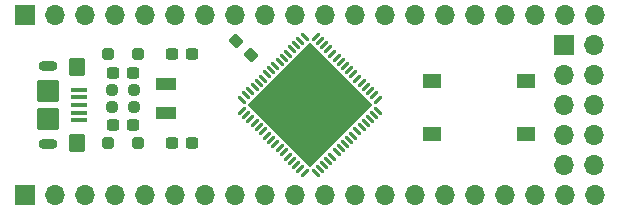
<source format=gbr>
%TF.GenerationSoftware,KiCad,Pcbnew,9.0.0*%
%TF.CreationDate,2025-03-29T18:59:15-04:00*%
%TF.ProjectId,Pro600_CPU_Upgrade,50726f36-3030-45f4-9350-555f55706772,rev?*%
%TF.SameCoordinates,Original*%
%TF.FileFunction,Soldermask,Top*%
%TF.FilePolarity,Negative*%
%FSLAX46Y46*%
G04 Gerber Fmt 4.6, Leading zero omitted, Abs format (unit mm)*
G04 Created by KiCad (PCBNEW 9.0.0) date 2025-03-29 18:59:15*
%MOMM*%
%LPD*%
G01*
G04 APERTURE LIST*
G04 Aperture macros list*
%AMRoundRect*
0 Rectangle with rounded corners*
0 $1 Rounding radius*
0 $2 $3 $4 $5 $6 $7 $8 $9 X,Y pos of 4 corners*
0 Add a 4 corners polygon primitive as box body*
4,1,4,$2,$3,$4,$5,$6,$7,$8,$9,$2,$3,0*
0 Add four circle primitives for the rounded corners*
1,1,$1+$1,$2,$3*
1,1,$1+$1,$4,$5*
1,1,$1+$1,$6,$7*
1,1,$1+$1,$8,$9*
0 Add four rect primitives between the rounded corners*
20,1,$1+$1,$2,$3,$4,$5,0*
20,1,$1+$1,$4,$5,$6,$7,0*
20,1,$1+$1,$6,$7,$8,$9,0*
20,1,$1+$1,$8,$9,$2,$3,0*%
%AMRotRect*
0 Rectangle, with rotation*
0 The origin of the aperture is its center*
0 $1 length*
0 $2 width*
0 $3 Rotation angle, in degrees counterclockwise*
0 Add horizontal line*
21,1,$1,$2,0,0,$3*%
%AMFreePoly0*
4,1,14,0.355806,0.106694,0.419194,0.043306,0.437500,-0.000888,0.437500,-0.062500,0.419194,-0.106694,0.375000,-0.125000,-0.375000,-0.125000,-0.419194,-0.106694,-0.437500,-0.062500,-0.437500,0.062500,-0.419194,0.106694,-0.375000,0.125000,0.311612,0.125000,0.355806,0.106694,0.355806,0.106694,$1*%
%AMFreePoly1*
4,1,14,0.419194,0.106694,0.437500,0.062500,0.437500,0.000888,0.419194,-0.043306,0.355806,-0.106694,0.311612,-0.125000,-0.375000,-0.125000,-0.419194,-0.106694,-0.437500,-0.062500,-0.437500,0.062500,-0.419194,0.106694,-0.375000,0.125000,0.375000,0.125000,0.419194,0.106694,0.419194,0.106694,$1*%
%AMFreePoly2*
4,1,14,0.106694,0.419194,0.125000,0.375000,0.125000,-0.375000,0.106694,-0.419194,0.062500,-0.437500,-0.062500,-0.437500,-0.106694,-0.419194,-0.125000,-0.375000,-0.125000,0.311612,-0.106694,0.355806,-0.043306,0.419194,0.000888,0.437500,0.062500,0.437500,0.106694,0.419194,0.106694,0.419194,$1*%
%AMFreePoly3*
4,1,14,0.043306,0.419194,0.106694,0.355806,0.125000,0.311612,0.125000,-0.375000,0.106694,-0.419194,0.062500,-0.437500,-0.062500,-0.437500,-0.106694,-0.419194,-0.125000,-0.375000,-0.125000,0.375000,-0.106694,0.419194,-0.062500,0.437500,-0.000888,0.437500,0.043306,0.419194,0.043306,0.419194,$1*%
%AMFreePoly4*
4,1,14,0.419194,0.106694,0.437500,0.062500,0.437500,-0.062500,0.419194,-0.106694,0.375000,-0.125000,-0.311612,-0.125000,-0.355806,-0.106694,-0.419194,-0.043306,-0.437500,0.000888,-0.437500,0.062500,-0.419194,0.106694,-0.375000,0.125000,0.375000,0.125000,0.419194,0.106694,0.419194,0.106694,$1*%
%AMFreePoly5*
4,1,14,0.419194,0.106694,0.437500,0.062500,0.437500,-0.062500,0.419194,-0.106694,0.375000,-0.125000,-0.375000,-0.125000,-0.419194,-0.106694,-0.437500,-0.062500,-0.437500,-0.000888,-0.419194,0.043306,-0.355806,0.106694,-0.311612,0.125000,0.375000,0.125000,0.419194,0.106694,0.419194,0.106694,$1*%
%AMFreePoly6*
4,1,14,0.106694,0.419194,0.125000,0.375000,0.125000,-0.311612,0.106694,-0.355806,0.043306,-0.419194,-0.000888,-0.437500,-0.062500,-0.437500,-0.106694,-0.419194,-0.125000,-0.375000,-0.125000,0.375000,-0.106694,0.419194,-0.062500,0.437500,0.062500,0.437500,0.106694,0.419194,0.106694,0.419194,$1*%
%AMFreePoly7*
4,1,14,0.106694,0.419194,0.125000,0.375000,0.125000,-0.375000,0.106694,-0.419194,0.062500,-0.437500,0.000888,-0.437500,-0.043306,-0.419194,-0.106694,-0.355806,-0.125000,-0.311612,-0.125000,0.375000,-0.106694,0.419194,-0.062500,0.437500,0.062500,0.437500,0.106694,0.419194,0.106694,0.419194,$1*%
G04 Aperture macros list end*
%ADD10RoundRect,0.100000X-0.575000X0.100000X-0.575000X-0.100000X0.575000X-0.100000X0.575000X0.100000X0*%
%ADD11O,1.600000X0.900000*%
%ADD12RoundRect,0.250000X-0.450000X0.550000X-0.450000X-0.550000X0.450000X-0.550000X0.450000X0.550000X0*%
%ADD13RoundRect,0.250000X-0.700000X0.700000X-0.700000X-0.700000X0.700000X-0.700000X0.700000X0.700000X0*%
%ADD14R,1.700000X1.700000*%
%ADD15O,1.700000X1.700000*%
%ADD16RoundRect,0.237500X-0.250000X-0.237500X0.250000X-0.237500X0.250000X0.237500X-0.250000X0.237500X0*%
%ADD17R,1.800000X1.000000*%
%ADD18R,1.550000X1.300000*%
%ADD19RoundRect,0.250000X0.250000X0.250000X-0.250000X0.250000X-0.250000X-0.250000X0.250000X-0.250000X0*%
%ADD20FreePoly0,315.000000*%
%ADD21RoundRect,0.062500X-0.309359X0.220971X0.220971X-0.309359X0.309359X-0.220971X-0.220971X0.309359X0*%
%ADD22FreePoly1,315.000000*%
%ADD23FreePoly2,315.000000*%
%ADD24RoundRect,0.062500X-0.309359X-0.220971X-0.220971X-0.309359X0.309359X0.220971X0.220971X0.309359X0*%
%ADD25FreePoly3,315.000000*%
%ADD26FreePoly4,315.000000*%
%ADD27FreePoly5,315.000000*%
%ADD28FreePoly6,315.000000*%
%ADD29FreePoly7,315.000000*%
%ADD30RotRect,7.500000X7.500000X315.000000*%
%ADD31RoundRect,0.237500X-0.380070X0.044194X0.044194X-0.380070X0.380070X-0.044194X-0.044194X0.380070X0*%
%ADD32RoundRect,0.237500X0.300000X0.237500X-0.300000X0.237500X-0.300000X-0.237500X0.300000X-0.237500X0*%
%ADD33RoundRect,0.237500X-0.300000X-0.237500X0.300000X-0.237500X0.300000X0.237500X-0.300000X0.237500X0*%
G04 APERTURE END LIST*
D10*
%TO.C,J5*%
X56675000Y-33000000D03*
X56675000Y-33650000D03*
X56675001Y-34300000D03*
X56675000Y-34950000D03*
X56675000Y-35600000D03*
D11*
X54000000Y-31000001D03*
D12*
X56450000Y-31100000D03*
D13*
X54000000Y-33100000D03*
X54000000Y-35500000D03*
D12*
X56450000Y-37500000D03*
D11*
X54000000Y-37599999D03*
%TD*%
D14*
%TO.C,J4*%
X97750000Y-29250000D03*
D15*
X100290000Y-29250000D03*
X97750000Y-31790000D03*
X100290000Y-31790000D03*
X97750000Y-34329999D03*
X100290000Y-34330000D03*
X97750000Y-36870000D03*
X100290000Y-36870000D03*
X97750000Y-39410000D03*
X100290000Y-39410000D03*
%TD*%
D16*
%TO.C,R3*%
X59484500Y-34500000D03*
X61309500Y-34500000D03*
%TD*%
D17*
%TO.C,Y1*%
X64000000Y-34999999D03*
X64000000Y-32500001D03*
%TD*%
D18*
%TO.C,SW1*%
X86525000Y-32250000D03*
X94475000Y-32250000D03*
X86525000Y-36750000D03*
X94475000Y-36750000D03*
%TD*%
D15*
%TO.C,J3*%
X100330000Y-26670000D03*
X97790000Y-26670000D03*
X95250000Y-26670000D03*
X92710000Y-26670000D03*
X90170000Y-26670000D03*
X87630000Y-26670000D03*
X85090000Y-26670000D03*
X82550000Y-26670000D03*
X80010000Y-26670000D03*
X77470000Y-26670000D03*
X74930000Y-26670000D03*
X72390000Y-26670000D03*
X69850000Y-26670000D03*
X67310000Y-26670000D03*
X64770000Y-26670000D03*
X62230000Y-26670000D03*
X59690000Y-26670000D03*
X57150000Y-26670000D03*
X54610000Y-26670000D03*
D14*
X52070000Y-26670000D03*
%TD*%
D19*
%TO.C,D2*%
X61647000Y-37500000D03*
X59147000Y-37500000D03*
%TD*%
D20*
%TO.C,U1*%
X75761542Y-28528241D03*
D21*
X75407988Y-28881794D03*
X75054435Y-29235348D03*
X74700882Y-29588901D03*
X74347328Y-29942454D03*
X73993775Y-30296008D03*
X73640221Y-30649561D03*
X73286668Y-31003115D03*
X72933115Y-31356668D03*
X72579561Y-31710221D03*
X72226008Y-32063775D03*
X71872454Y-32417328D03*
X71518901Y-32770882D03*
X71165348Y-33124435D03*
X70811794Y-33477988D03*
D22*
X70458241Y-33831542D03*
D23*
X70458241Y-34768458D03*
D24*
X70811794Y-35122012D03*
X71165348Y-35475565D03*
X71518901Y-35829118D03*
X71872454Y-36182672D03*
X72226008Y-36536225D03*
X72579561Y-36889779D03*
X72933115Y-37243332D03*
X73286668Y-37596885D03*
X73640221Y-37950439D03*
X73993775Y-38303992D03*
X74347328Y-38657546D03*
X74700882Y-39011099D03*
X75054435Y-39364652D03*
X75407988Y-39718206D03*
D25*
X75761542Y-40071759D03*
D26*
X76698458Y-40071759D03*
D21*
X77052012Y-39718206D03*
X77405565Y-39364652D03*
X77759118Y-39011099D03*
X78112672Y-38657546D03*
X78466225Y-38303992D03*
X78819779Y-37950439D03*
X79173332Y-37596885D03*
X79526885Y-37243332D03*
X79880439Y-36889779D03*
X80233992Y-36536225D03*
X80587546Y-36182672D03*
X80941099Y-35829118D03*
X81294652Y-35475565D03*
X81648206Y-35122012D03*
D27*
X82001759Y-34768458D03*
D28*
X82001759Y-33831542D03*
D24*
X81648206Y-33477988D03*
X81294652Y-33124435D03*
X80941099Y-32770882D03*
X80587546Y-32417328D03*
X80233992Y-32063775D03*
X79880439Y-31710221D03*
X79526885Y-31356668D03*
X79173332Y-31003115D03*
X78819779Y-30649561D03*
X78466225Y-30296008D03*
X78112672Y-29942454D03*
X77759118Y-29588901D03*
X77405565Y-29235348D03*
X77052012Y-28881794D03*
D29*
X76698458Y-28528241D03*
D30*
X76230000Y-34300000D03*
%TD*%
D31*
%TO.C,C9*%
X69980240Y-28880240D03*
X71200000Y-30100000D03*
%TD*%
D32*
%TO.C,C2*%
X66225002Y-30000000D03*
X64500000Y-30000000D03*
%TD*%
D33*
%TO.C,C4*%
X59534500Y-36000000D03*
X61259500Y-36000000D03*
%TD*%
D19*
%TO.C,D1*%
X61647000Y-30000000D03*
X59147000Y-30000000D03*
%TD*%
D33*
%TO.C,C3*%
X59534500Y-31553000D03*
X61259500Y-31553000D03*
%TD*%
D14*
%TO.C,J2*%
X52070000Y-41910000D03*
D15*
X54610000Y-41910000D03*
X57150000Y-41910000D03*
X59690000Y-41910000D03*
X62230000Y-41910000D03*
X64770000Y-41910000D03*
X67310000Y-41910000D03*
X69850000Y-41910000D03*
X72390000Y-41910000D03*
X74930000Y-41910000D03*
X77470000Y-41910000D03*
X80010000Y-41910000D03*
X82550000Y-41910000D03*
X85090000Y-41910000D03*
X87630000Y-41910000D03*
X90170000Y-41910000D03*
X92710000Y-41910000D03*
X95250000Y-41910000D03*
X97790000Y-41910000D03*
X100330000Y-41910000D03*
%TD*%
D16*
%TO.C,R4*%
X59484500Y-33000000D03*
X61309500Y-33000000D03*
%TD*%
D32*
%TO.C,C1*%
X66225002Y-37500000D03*
X64500000Y-37500000D03*
%TD*%
M02*

</source>
